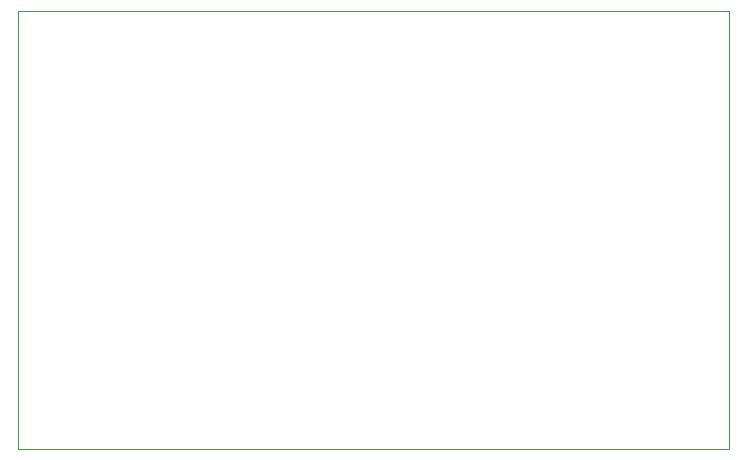
<source format=gm1>
G04 #@! TF.GenerationSoftware,KiCad,Pcbnew,(5.1.6)-1*
G04 #@! TF.CreationDate,2020-10-10T20:49:59+03:00*
G04 #@! TF.ProjectId,eso,65736f2e-6b69-4636-9164-5f7063625858,rev?*
G04 #@! TF.SameCoordinates,Original*
G04 #@! TF.FileFunction,Profile,NP*
%FSLAX46Y46*%
G04 Gerber Fmt 4.6, Leading zero omitted, Abs format (unit mm)*
G04 Created by KiCad (PCBNEW (5.1.6)-1) date 2020-10-10 20:49:59*
%MOMM*%
%LPD*%
G01*
G04 APERTURE LIST*
G04 #@! TA.AperFunction,Profile*
%ADD10C,0.050000*%
G04 #@! TD*
G04 APERTURE END LIST*
D10*
X134874000Y-103124000D02*
X134874000Y-66040000D01*
X74676000Y-103124000D02*
X134874000Y-103124000D01*
X74676000Y-66040000D02*
X74676000Y-103124000D01*
X134874000Y-66040000D02*
X74676000Y-66040000D01*
M02*

</source>
